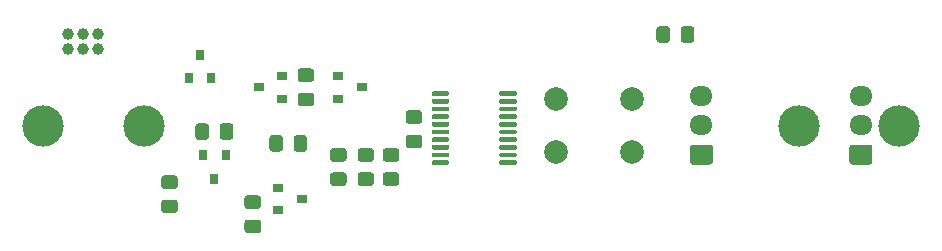
<source format=gts>
G04 #@! TF.GenerationSoftware,KiCad,Pcbnew,(5.1.10)-1*
G04 #@! TF.CreationDate,2021-10-05T02:57:27+03:00*
G04 #@! TF.ProjectId,led_controller_stm8,6c65645f-636f-46e7-9472-6f6c6c65725f,rev?*
G04 #@! TF.SameCoordinates,Original*
G04 #@! TF.FileFunction,Soldermask,Top*
G04 #@! TF.FilePolarity,Negative*
%FSLAX46Y46*%
G04 Gerber Fmt 4.6, Leading zero omitted, Abs format (unit mm)*
G04 Created by KiCad (PCBNEW (5.1.10)-1) date 2021-10-05 02:57:27*
%MOMM*%
%LPD*%
G01*
G04 APERTURE LIST*
%ADD10O,1.950000X1.700000*%
%ADD11C,3.500000*%
%ADD12C,2.000000*%
%ADD13R,0.900000X0.800000*%
%ADD14R,0.800000X0.900000*%
%ADD15C,1.000000*%
G04 APERTURE END LIST*
D10*
X183240000Y-62450000D03*
X183240000Y-64950000D03*
G36*
G01*
X183965000Y-68300000D02*
X182515000Y-68300000D01*
G75*
G02*
X182265000Y-68050000I0J250000D01*
G01*
X182265000Y-66850000D01*
G75*
G02*
X182515000Y-66600000I250000J0D01*
G01*
X183965000Y-66600000D01*
G75*
G02*
X184215000Y-66850000I0J-250000D01*
G01*
X184215000Y-68050000D01*
G75*
G02*
X183965000Y-68300000I-250000J0D01*
G01*
G37*
X196740000Y-62450000D03*
X196740000Y-64950000D03*
G36*
G01*
X197465000Y-68300000D02*
X196015000Y-68300000D01*
G75*
G02*
X195765000Y-68050000I0J250000D01*
G01*
X195765000Y-66850000D01*
G75*
G02*
X196015000Y-66600000I250000J0D01*
G01*
X197465000Y-66600000D01*
G75*
G02*
X197715000Y-66850000I0J-250000D01*
G01*
X197715000Y-68050000D01*
G75*
G02*
X197465000Y-68300000I-250000J0D01*
G01*
G37*
D11*
X191500000Y-65000000D03*
X136000000Y-65000000D03*
X200000000Y-65000000D03*
X127500000Y-65000000D03*
G36*
G01*
X180580000Y-56819999D02*
X180580000Y-57720001D01*
G75*
G02*
X180330001Y-57970000I-249999J0D01*
G01*
X179679999Y-57970000D01*
G75*
G02*
X179430000Y-57720001I0J249999D01*
G01*
X179430000Y-56819999D01*
G75*
G02*
X179679999Y-56570000I249999J0D01*
G01*
X180330001Y-56570000D01*
G75*
G02*
X180580000Y-56819999I0J-249999D01*
G01*
G37*
G36*
G01*
X182630000Y-56819999D02*
X182630000Y-57720001D01*
G75*
G02*
X182380001Y-57970000I-249999J0D01*
G01*
X181729999Y-57970000D01*
G75*
G02*
X181480000Y-57720001I0J249999D01*
G01*
X181480000Y-56819999D01*
G75*
G02*
X181729999Y-56570000I249999J0D01*
G01*
X182380001Y-56570000D01*
G75*
G02*
X182630000Y-56819999I0J-249999D01*
G01*
G37*
G36*
G01*
X166125000Y-62375000D02*
X166125000Y-62175000D01*
G75*
G02*
X166225000Y-62075000I100000J0D01*
G01*
X167500000Y-62075000D01*
G75*
G02*
X167600000Y-62175000I0J-100000D01*
G01*
X167600000Y-62375000D01*
G75*
G02*
X167500000Y-62475000I-100000J0D01*
G01*
X166225000Y-62475000D01*
G75*
G02*
X166125000Y-62375000I0J100000D01*
G01*
G37*
G36*
G01*
X166125000Y-63025000D02*
X166125000Y-62825000D01*
G75*
G02*
X166225000Y-62725000I100000J0D01*
G01*
X167500000Y-62725000D01*
G75*
G02*
X167600000Y-62825000I0J-100000D01*
G01*
X167600000Y-63025000D01*
G75*
G02*
X167500000Y-63125000I-100000J0D01*
G01*
X166225000Y-63125000D01*
G75*
G02*
X166125000Y-63025000I0J100000D01*
G01*
G37*
G36*
G01*
X166125000Y-63675000D02*
X166125000Y-63475000D01*
G75*
G02*
X166225000Y-63375000I100000J0D01*
G01*
X167500000Y-63375000D01*
G75*
G02*
X167600000Y-63475000I0J-100000D01*
G01*
X167600000Y-63675000D01*
G75*
G02*
X167500000Y-63775000I-100000J0D01*
G01*
X166225000Y-63775000D01*
G75*
G02*
X166125000Y-63675000I0J100000D01*
G01*
G37*
G36*
G01*
X166125000Y-64325000D02*
X166125000Y-64125000D01*
G75*
G02*
X166225000Y-64025000I100000J0D01*
G01*
X167500000Y-64025000D01*
G75*
G02*
X167600000Y-64125000I0J-100000D01*
G01*
X167600000Y-64325000D01*
G75*
G02*
X167500000Y-64425000I-100000J0D01*
G01*
X166225000Y-64425000D01*
G75*
G02*
X166125000Y-64325000I0J100000D01*
G01*
G37*
G36*
G01*
X166125000Y-64975000D02*
X166125000Y-64775000D01*
G75*
G02*
X166225000Y-64675000I100000J0D01*
G01*
X167500000Y-64675000D01*
G75*
G02*
X167600000Y-64775000I0J-100000D01*
G01*
X167600000Y-64975000D01*
G75*
G02*
X167500000Y-65075000I-100000J0D01*
G01*
X166225000Y-65075000D01*
G75*
G02*
X166125000Y-64975000I0J100000D01*
G01*
G37*
G36*
G01*
X166125000Y-65625000D02*
X166125000Y-65425000D01*
G75*
G02*
X166225000Y-65325000I100000J0D01*
G01*
X167500000Y-65325000D01*
G75*
G02*
X167600000Y-65425000I0J-100000D01*
G01*
X167600000Y-65625000D01*
G75*
G02*
X167500000Y-65725000I-100000J0D01*
G01*
X166225000Y-65725000D01*
G75*
G02*
X166125000Y-65625000I0J100000D01*
G01*
G37*
G36*
G01*
X166125000Y-66275000D02*
X166125000Y-66075000D01*
G75*
G02*
X166225000Y-65975000I100000J0D01*
G01*
X167500000Y-65975000D01*
G75*
G02*
X167600000Y-66075000I0J-100000D01*
G01*
X167600000Y-66275000D01*
G75*
G02*
X167500000Y-66375000I-100000J0D01*
G01*
X166225000Y-66375000D01*
G75*
G02*
X166125000Y-66275000I0J100000D01*
G01*
G37*
G36*
G01*
X166125000Y-66925000D02*
X166125000Y-66725000D01*
G75*
G02*
X166225000Y-66625000I100000J0D01*
G01*
X167500000Y-66625000D01*
G75*
G02*
X167600000Y-66725000I0J-100000D01*
G01*
X167600000Y-66925000D01*
G75*
G02*
X167500000Y-67025000I-100000J0D01*
G01*
X166225000Y-67025000D01*
G75*
G02*
X166125000Y-66925000I0J100000D01*
G01*
G37*
G36*
G01*
X166125000Y-67575000D02*
X166125000Y-67375000D01*
G75*
G02*
X166225000Y-67275000I100000J0D01*
G01*
X167500000Y-67275000D01*
G75*
G02*
X167600000Y-67375000I0J-100000D01*
G01*
X167600000Y-67575000D01*
G75*
G02*
X167500000Y-67675000I-100000J0D01*
G01*
X166225000Y-67675000D01*
G75*
G02*
X166125000Y-67575000I0J100000D01*
G01*
G37*
G36*
G01*
X166125000Y-68225000D02*
X166125000Y-68025000D01*
G75*
G02*
X166225000Y-67925000I100000J0D01*
G01*
X167500000Y-67925000D01*
G75*
G02*
X167600000Y-68025000I0J-100000D01*
G01*
X167600000Y-68225000D01*
G75*
G02*
X167500000Y-68325000I-100000J0D01*
G01*
X166225000Y-68325000D01*
G75*
G02*
X166125000Y-68225000I0J100000D01*
G01*
G37*
G36*
G01*
X160400000Y-68225000D02*
X160400000Y-68025000D01*
G75*
G02*
X160500000Y-67925000I100000J0D01*
G01*
X161775000Y-67925000D01*
G75*
G02*
X161875000Y-68025000I0J-100000D01*
G01*
X161875000Y-68225000D01*
G75*
G02*
X161775000Y-68325000I-100000J0D01*
G01*
X160500000Y-68325000D01*
G75*
G02*
X160400000Y-68225000I0J100000D01*
G01*
G37*
G36*
G01*
X160400000Y-67575000D02*
X160400000Y-67375000D01*
G75*
G02*
X160500000Y-67275000I100000J0D01*
G01*
X161775000Y-67275000D01*
G75*
G02*
X161875000Y-67375000I0J-100000D01*
G01*
X161875000Y-67575000D01*
G75*
G02*
X161775000Y-67675000I-100000J0D01*
G01*
X160500000Y-67675000D01*
G75*
G02*
X160400000Y-67575000I0J100000D01*
G01*
G37*
G36*
G01*
X160400000Y-66925000D02*
X160400000Y-66725000D01*
G75*
G02*
X160500000Y-66625000I100000J0D01*
G01*
X161775000Y-66625000D01*
G75*
G02*
X161875000Y-66725000I0J-100000D01*
G01*
X161875000Y-66925000D01*
G75*
G02*
X161775000Y-67025000I-100000J0D01*
G01*
X160500000Y-67025000D01*
G75*
G02*
X160400000Y-66925000I0J100000D01*
G01*
G37*
G36*
G01*
X160400000Y-66275000D02*
X160400000Y-66075000D01*
G75*
G02*
X160500000Y-65975000I100000J0D01*
G01*
X161775000Y-65975000D01*
G75*
G02*
X161875000Y-66075000I0J-100000D01*
G01*
X161875000Y-66275000D01*
G75*
G02*
X161775000Y-66375000I-100000J0D01*
G01*
X160500000Y-66375000D01*
G75*
G02*
X160400000Y-66275000I0J100000D01*
G01*
G37*
G36*
G01*
X160400000Y-65625000D02*
X160400000Y-65425000D01*
G75*
G02*
X160500000Y-65325000I100000J0D01*
G01*
X161775000Y-65325000D01*
G75*
G02*
X161875000Y-65425000I0J-100000D01*
G01*
X161875000Y-65625000D01*
G75*
G02*
X161775000Y-65725000I-100000J0D01*
G01*
X160500000Y-65725000D01*
G75*
G02*
X160400000Y-65625000I0J100000D01*
G01*
G37*
G36*
G01*
X160400000Y-64975000D02*
X160400000Y-64775000D01*
G75*
G02*
X160500000Y-64675000I100000J0D01*
G01*
X161775000Y-64675000D01*
G75*
G02*
X161875000Y-64775000I0J-100000D01*
G01*
X161875000Y-64975000D01*
G75*
G02*
X161775000Y-65075000I-100000J0D01*
G01*
X160500000Y-65075000D01*
G75*
G02*
X160400000Y-64975000I0J100000D01*
G01*
G37*
G36*
G01*
X160400000Y-64325000D02*
X160400000Y-64125000D01*
G75*
G02*
X160500000Y-64025000I100000J0D01*
G01*
X161775000Y-64025000D01*
G75*
G02*
X161875000Y-64125000I0J-100000D01*
G01*
X161875000Y-64325000D01*
G75*
G02*
X161775000Y-64425000I-100000J0D01*
G01*
X160500000Y-64425000D01*
G75*
G02*
X160400000Y-64325000I0J100000D01*
G01*
G37*
G36*
G01*
X160400000Y-63675000D02*
X160400000Y-63475000D01*
G75*
G02*
X160500000Y-63375000I100000J0D01*
G01*
X161775000Y-63375000D01*
G75*
G02*
X161875000Y-63475000I0J-100000D01*
G01*
X161875000Y-63675000D01*
G75*
G02*
X161775000Y-63775000I-100000J0D01*
G01*
X160500000Y-63775000D01*
G75*
G02*
X160400000Y-63675000I0J100000D01*
G01*
G37*
G36*
G01*
X160400000Y-63025000D02*
X160400000Y-62825000D01*
G75*
G02*
X160500000Y-62725000I100000J0D01*
G01*
X161775000Y-62725000D01*
G75*
G02*
X161875000Y-62825000I0J-100000D01*
G01*
X161875000Y-63025000D01*
G75*
G02*
X161775000Y-63125000I-100000J0D01*
G01*
X160500000Y-63125000D01*
G75*
G02*
X160400000Y-63025000I0J100000D01*
G01*
G37*
G36*
G01*
X160400000Y-62375000D02*
X160400000Y-62175000D01*
G75*
G02*
X160500000Y-62075000I100000J0D01*
G01*
X161775000Y-62075000D01*
G75*
G02*
X161875000Y-62175000I0J-100000D01*
G01*
X161875000Y-62375000D01*
G75*
G02*
X161775000Y-62475000I-100000J0D01*
G01*
X160500000Y-62475000D01*
G75*
G02*
X160400000Y-62375000I0J100000D01*
G01*
G37*
D12*
X170900000Y-67250000D03*
X170900000Y-62750000D03*
X177400000Y-67250000D03*
X177400000Y-62750000D03*
G36*
G01*
X144799999Y-72950000D02*
X145700001Y-72950000D01*
G75*
G02*
X145950000Y-73199999I0J-249999D01*
G01*
X145950000Y-73850001D01*
G75*
G02*
X145700001Y-74100000I-249999J0D01*
G01*
X144799999Y-74100000D01*
G75*
G02*
X144550000Y-73850001I0J249999D01*
G01*
X144550000Y-73199999D01*
G75*
G02*
X144799999Y-72950000I249999J0D01*
G01*
G37*
G36*
G01*
X144799999Y-70900000D02*
X145700001Y-70900000D01*
G75*
G02*
X145950000Y-71149999I0J-249999D01*
G01*
X145950000Y-71800001D01*
G75*
G02*
X145700001Y-72050000I-249999J0D01*
G01*
X144799999Y-72050000D01*
G75*
G02*
X144550000Y-71800001I0J249999D01*
G01*
X144550000Y-71149999D01*
G75*
G02*
X144799999Y-70900000I249999J0D01*
G01*
G37*
G36*
G01*
X152049999Y-68950000D02*
X152950001Y-68950000D01*
G75*
G02*
X153200000Y-69199999I0J-249999D01*
G01*
X153200000Y-69850001D01*
G75*
G02*
X152950001Y-70100000I-249999J0D01*
G01*
X152049999Y-70100000D01*
G75*
G02*
X151800000Y-69850001I0J249999D01*
G01*
X151800000Y-69199999D01*
G75*
G02*
X152049999Y-68950000I249999J0D01*
G01*
G37*
G36*
G01*
X152049999Y-66900000D02*
X152950001Y-66900000D01*
G75*
G02*
X153200000Y-67149999I0J-249999D01*
G01*
X153200000Y-67800001D01*
G75*
G02*
X152950001Y-68050000I-249999J0D01*
G01*
X152049999Y-68050000D01*
G75*
G02*
X151800000Y-67800001I0J249999D01*
G01*
X151800000Y-67149999D01*
G75*
G02*
X152049999Y-66900000I249999J0D01*
G01*
G37*
G36*
G01*
X137749999Y-71250000D02*
X138650001Y-71250000D01*
G75*
G02*
X138900000Y-71499999I0J-249999D01*
G01*
X138900000Y-72150001D01*
G75*
G02*
X138650001Y-72400000I-249999J0D01*
G01*
X137749999Y-72400000D01*
G75*
G02*
X137500000Y-72150001I0J249999D01*
G01*
X137500000Y-71499999D01*
G75*
G02*
X137749999Y-71250000I249999J0D01*
G01*
G37*
G36*
G01*
X137749999Y-69200000D02*
X138650001Y-69200000D01*
G75*
G02*
X138900000Y-69449999I0J-249999D01*
G01*
X138900000Y-70100001D01*
G75*
G02*
X138650001Y-70350000I-249999J0D01*
G01*
X137749999Y-70350000D01*
G75*
G02*
X137500000Y-70100001I0J249999D01*
G01*
X137500000Y-69449999D01*
G75*
G02*
X137749999Y-69200000I249999J0D01*
G01*
G37*
G36*
G01*
X150200001Y-61300000D02*
X149299999Y-61300000D01*
G75*
G02*
X149050000Y-61050001I0J249999D01*
G01*
X149050000Y-60399999D01*
G75*
G02*
X149299999Y-60150000I249999J0D01*
G01*
X150200001Y-60150000D01*
G75*
G02*
X150450000Y-60399999I0J-249999D01*
G01*
X150450000Y-61050001D01*
G75*
G02*
X150200001Y-61300000I-249999J0D01*
G01*
G37*
G36*
G01*
X150200001Y-63350000D02*
X149299999Y-63350000D01*
G75*
G02*
X149050000Y-63100001I0J249999D01*
G01*
X149050000Y-62449999D01*
G75*
G02*
X149299999Y-62200000I249999J0D01*
G01*
X150200001Y-62200000D01*
G75*
G02*
X150450000Y-62449999I0J-249999D01*
G01*
X150450000Y-63100001D01*
G75*
G02*
X150200001Y-63350000I-249999J0D01*
G01*
G37*
G36*
G01*
X148700000Y-66950001D02*
X148700000Y-66049999D01*
G75*
G02*
X148949999Y-65800000I249999J0D01*
G01*
X149600001Y-65800000D01*
G75*
G02*
X149850000Y-66049999I0J-249999D01*
G01*
X149850000Y-66950001D01*
G75*
G02*
X149600001Y-67200000I-249999J0D01*
G01*
X148949999Y-67200000D01*
G75*
G02*
X148700000Y-66950001I0J249999D01*
G01*
G37*
G36*
G01*
X146650000Y-66950001D02*
X146650000Y-66049999D01*
G75*
G02*
X146899999Y-65800000I249999J0D01*
G01*
X147550001Y-65800000D01*
G75*
G02*
X147800000Y-66049999I0J-249999D01*
G01*
X147800000Y-66950001D01*
G75*
G02*
X147550001Y-67200000I-249999J0D01*
G01*
X146899999Y-67200000D01*
G75*
G02*
X146650000Y-66950001I0J249999D01*
G01*
G37*
G36*
G01*
X142450000Y-65950001D02*
X142450000Y-65049999D01*
G75*
G02*
X142699999Y-64800000I249999J0D01*
G01*
X143350001Y-64800000D01*
G75*
G02*
X143600000Y-65049999I0J-249999D01*
G01*
X143600000Y-65950001D01*
G75*
G02*
X143350001Y-66200000I-249999J0D01*
G01*
X142699999Y-66200000D01*
G75*
G02*
X142450000Y-65950001I0J249999D01*
G01*
G37*
G36*
G01*
X140400000Y-65950001D02*
X140400000Y-65049999D01*
G75*
G02*
X140649999Y-64800000I249999J0D01*
G01*
X141300001Y-64800000D01*
G75*
G02*
X141550000Y-65049999I0J-249999D01*
G01*
X141550000Y-65950001D01*
G75*
G02*
X141300001Y-66200000I-249999J0D01*
G01*
X140649999Y-66200000D01*
G75*
G02*
X140400000Y-65950001I0J249999D01*
G01*
G37*
D13*
X154500000Y-61750000D03*
X152500000Y-62700000D03*
X152500000Y-60800000D03*
X145750000Y-61750000D03*
X147750000Y-60800000D03*
X147750000Y-62700000D03*
D14*
X142000000Y-69500000D03*
X141050000Y-67500000D03*
X142950000Y-67500000D03*
X140800000Y-59000000D03*
X141750000Y-61000000D03*
X139850000Y-61000000D03*
D15*
X132140000Y-57200000D03*
X132140000Y-58470000D03*
X130870000Y-57200000D03*
X130870000Y-58470000D03*
X129600000Y-57200000D03*
X129600000Y-58470000D03*
D13*
X149400000Y-71200000D03*
X147400000Y-72150000D03*
X147400000Y-70250000D03*
G36*
G01*
X159350001Y-64850000D02*
X158449999Y-64850000D01*
G75*
G02*
X158200000Y-64600001I0J249999D01*
G01*
X158200000Y-63949999D01*
G75*
G02*
X158449999Y-63700000I249999J0D01*
G01*
X159350001Y-63700000D01*
G75*
G02*
X159600000Y-63949999I0J-249999D01*
G01*
X159600000Y-64600001D01*
G75*
G02*
X159350001Y-64850000I-249999J0D01*
G01*
G37*
G36*
G01*
X159350001Y-66900000D02*
X158449999Y-66900000D01*
G75*
G02*
X158200000Y-66650001I0J249999D01*
G01*
X158200000Y-65999999D01*
G75*
G02*
X158449999Y-65750000I249999J0D01*
G01*
X159350001Y-65750000D01*
G75*
G02*
X159600000Y-65999999I0J-249999D01*
G01*
X159600000Y-66650001D01*
G75*
G02*
X159350001Y-66900000I-249999J0D01*
G01*
G37*
G36*
G01*
X157400001Y-68050000D02*
X156499999Y-68050000D01*
G75*
G02*
X156250000Y-67800001I0J249999D01*
G01*
X156250000Y-67149999D01*
G75*
G02*
X156499999Y-66900000I249999J0D01*
G01*
X157400001Y-66900000D01*
G75*
G02*
X157650000Y-67149999I0J-249999D01*
G01*
X157650000Y-67800001D01*
G75*
G02*
X157400001Y-68050000I-249999J0D01*
G01*
G37*
G36*
G01*
X157400001Y-70100000D02*
X156499999Y-70100000D01*
G75*
G02*
X156250000Y-69850001I0J249999D01*
G01*
X156250000Y-69199999D01*
G75*
G02*
X156499999Y-68950000I249999J0D01*
G01*
X157400001Y-68950000D01*
G75*
G02*
X157650000Y-69199999I0J-249999D01*
G01*
X157650000Y-69850001D01*
G75*
G02*
X157400001Y-70100000I-249999J0D01*
G01*
G37*
G36*
G01*
X155275001Y-68050000D02*
X154374999Y-68050000D01*
G75*
G02*
X154125000Y-67800001I0J249999D01*
G01*
X154125000Y-67149999D01*
G75*
G02*
X154374999Y-66900000I249999J0D01*
G01*
X155275001Y-66900000D01*
G75*
G02*
X155525000Y-67149999I0J-249999D01*
G01*
X155525000Y-67800001D01*
G75*
G02*
X155275001Y-68050000I-249999J0D01*
G01*
G37*
G36*
G01*
X155275001Y-70100000D02*
X154374999Y-70100000D01*
G75*
G02*
X154125000Y-69850001I0J249999D01*
G01*
X154125000Y-69199999D01*
G75*
G02*
X154374999Y-68950000I249999J0D01*
G01*
X155275001Y-68950000D01*
G75*
G02*
X155525000Y-69199999I0J-249999D01*
G01*
X155525000Y-69850001D01*
G75*
G02*
X155275001Y-70100000I-249999J0D01*
G01*
G37*
M02*

</source>
